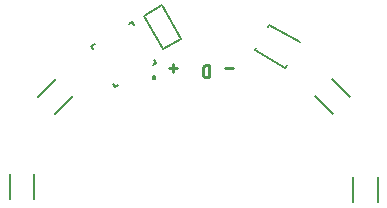
<source format=gbo>
G04 EAGLE Gerber RS-274X export*
G75*
%MOMM*%
%FSLAX34Y34*%
%LPD*%
%INBottom Silkscreen*%
%IPPOS*%
%AMOC8*
5,1,8,0,0,1.08239X$1,22.5*%
G01*
G04 Define Apertures*
%ADD10C,0.254000*%
%ADD11C,0.127000*%
%ADD12C,0.200000*%
D10*
X32271Y101924D02*
X25498Y101924D01*
X12527Y103969D02*
X12527Y93809D01*
X12527Y103969D02*
X9705Y103969D01*
X9599Y103967D01*
X9494Y103961D01*
X9389Y103951D01*
X9284Y103937D01*
X9180Y103920D01*
X9077Y103898D01*
X8975Y103873D01*
X8873Y103844D01*
X8773Y103811D01*
X8674Y103774D01*
X8577Y103734D01*
X8481Y103690D01*
X8386Y103642D01*
X8294Y103591D01*
X8204Y103536D01*
X8115Y103479D01*
X8029Y103418D01*
X7946Y103353D01*
X7864Y103286D01*
X7786Y103216D01*
X7710Y103142D01*
X7636Y103066D01*
X7566Y102988D01*
X7499Y102906D01*
X7434Y102823D01*
X7373Y102737D01*
X7316Y102648D01*
X7261Y102558D01*
X7210Y102466D01*
X7162Y102371D01*
X7118Y102275D01*
X7078Y102178D01*
X7041Y102079D01*
X7008Y101979D01*
X6979Y101877D01*
X6954Y101775D01*
X6932Y101672D01*
X6915Y101568D01*
X6901Y101463D01*
X6891Y101358D01*
X6885Y101253D01*
X6883Y101147D01*
X6883Y96632D01*
X6885Y96526D01*
X6891Y96421D01*
X6901Y96316D01*
X6915Y96211D01*
X6932Y96107D01*
X6954Y96004D01*
X6979Y95902D01*
X7008Y95800D01*
X7041Y95700D01*
X7078Y95601D01*
X7118Y95504D01*
X7162Y95408D01*
X7210Y95313D01*
X7261Y95221D01*
X7316Y95131D01*
X7373Y95042D01*
X7434Y94956D01*
X7499Y94873D01*
X7566Y94791D01*
X7636Y94713D01*
X7710Y94637D01*
X7786Y94563D01*
X7864Y94493D01*
X7946Y94426D01*
X8029Y94361D01*
X8115Y94300D01*
X8204Y94243D01*
X8294Y94188D01*
X8386Y94137D01*
X8481Y94089D01*
X8577Y94045D01*
X8674Y94005D01*
X8773Y93968D01*
X8873Y93935D01*
X8975Y93906D01*
X9077Y93881D01*
X9180Y93859D01*
X9284Y93842D01*
X9389Y93828D01*
X9494Y93818D01*
X9599Y93812D01*
X9705Y93810D01*
X9705Y93809D02*
X12527Y93809D01*
X-14948Y101686D02*
X-21721Y101686D01*
X-18335Y105072D02*
X-18335Y98299D01*
D11*
X-156291Y12020D02*
X-156291Y-9480D01*
X-135809Y-9480D02*
X-135809Y12020D01*
X116450Y92453D02*
X131653Y77250D01*
X117170Y62767D02*
X101967Y77970D01*
X134539Y9480D02*
X134539Y-12020D01*
X155021Y-12020D02*
X155021Y9480D01*
X-103237Y77970D02*
X-118440Y62767D01*
X-132923Y77250D02*
X-117720Y92453D01*
D12*
X-35375Y93616D02*
X-35373Y93679D01*
X-35367Y93741D01*
X-35357Y93803D01*
X-35344Y93865D01*
X-35326Y93925D01*
X-35305Y93984D01*
X-35280Y94042D01*
X-35251Y94098D01*
X-35219Y94152D01*
X-35184Y94204D01*
X-35146Y94253D01*
X-35104Y94301D01*
X-35060Y94345D01*
X-35012Y94387D01*
X-34963Y94425D01*
X-34911Y94460D01*
X-34857Y94492D01*
X-34801Y94521D01*
X-34743Y94546D01*
X-34684Y94567D01*
X-34624Y94585D01*
X-34562Y94598D01*
X-34500Y94608D01*
X-34438Y94614D01*
X-34375Y94616D01*
X-34312Y94614D01*
X-34250Y94608D01*
X-34188Y94598D01*
X-34126Y94585D01*
X-34066Y94567D01*
X-34007Y94546D01*
X-33949Y94521D01*
X-33893Y94492D01*
X-33839Y94460D01*
X-33787Y94425D01*
X-33738Y94387D01*
X-33690Y94345D01*
X-33646Y94301D01*
X-33604Y94253D01*
X-33566Y94204D01*
X-33531Y94152D01*
X-33499Y94098D01*
X-33470Y94042D01*
X-33445Y93984D01*
X-33424Y93925D01*
X-33406Y93865D01*
X-33393Y93803D01*
X-33383Y93741D01*
X-33377Y93679D01*
X-33375Y93616D01*
X-33377Y93553D01*
X-33383Y93491D01*
X-33393Y93429D01*
X-33406Y93367D01*
X-33424Y93307D01*
X-33445Y93248D01*
X-33470Y93190D01*
X-33499Y93134D01*
X-33531Y93080D01*
X-33566Y93028D01*
X-33604Y92979D01*
X-33646Y92931D01*
X-33690Y92887D01*
X-33738Y92845D01*
X-33787Y92807D01*
X-33839Y92772D01*
X-33893Y92740D01*
X-33949Y92711D01*
X-34007Y92686D01*
X-34066Y92665D01*
X-34126Y92647D01*
X-34188Y92634D01*
X-34250Y92624D01*
X-34312Y92618D01*
X-34375Y92616D01*
X-34438Y92618D01*
X-34500Y92624D01*
X-34562Y92634D01*
X-34624Y92647D01*
X-34684Y92665D01*
X-34743Y92686D01*
X-34801Y92711D01*
X-34857Y92740D01*
X-34911Y92772D01*
X-34963Y92807D01*
X-35012Y92845D01*
X-35060Y92887D01*
X-35104Y92931D01*
X-35146Y92979D01*
X-35184Y93028D01*
X-35219Y93080D01*
X-35251Y93134D01*
X-35280Y93190D01*
X-35305Y93248D01*
X-35326Y93307D01*
X-35344Y93367D01*
X-35357Y93429D01*
X-35367Y93491D01*
X-35373Y93553D01*
X-35375Y93616D01*
D11*
X-85821Y117722D02*
X-87321Y120321D01*
X-52680Y140321D02*
X-51180Y137722D01*
X-68821Y88278D02*
X-67321Y85679D01*
X-32680Y105679D02*
X-34180Y108278D01*
X-84722Y121821D02*
X-87321Y120321D01*
X-55278Y138821D02*
X-52680Y140321D01*
X-64722Y87179D02*
X-67321Y85679D01*
X-35278Y104179D02*
X-32680Y105679D01*
X63260Y138325D02*
X89240Y123325D01*
X76740Y101675D02*
X50760Y116675D01*
X62010Y136160D02*
X63010Y137892D01*
X52010Y118840D02*
X51010Y117108D01*
X76990Y102108D02*
X77990Y103840D01*
X-11241Y126346D02*
X-26639Y117456D01*
X-11241Y126346D02*
X-27751Y154942D01*
X-43149Y146052D01*
X-26639Y117456D01*
M02*

</source>
